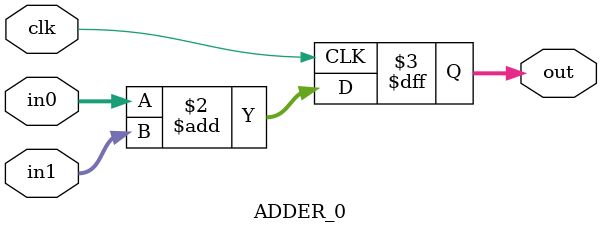
<source format=v>
module ADDER_0 (
	clk,
	in0,
	in1,
	out
);
input clk;
input [7:0] in0, in1;
output reg [7:0] out;

always @(posedge clk) begin
	out <= in0+in1;
end

endmodule 
</source>
